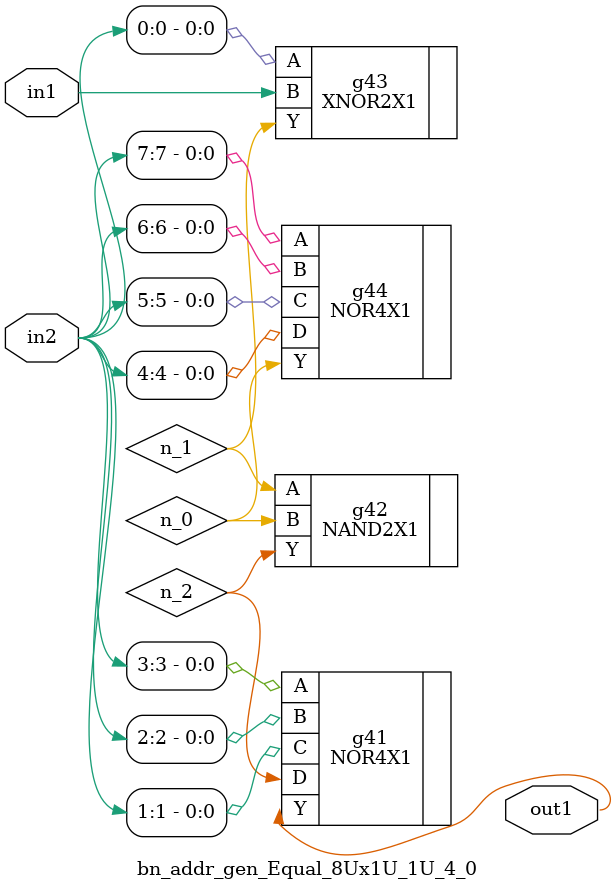
<source format=v>
`timescale 1ps / 1ps


module bn_addr_gen_Equal_8Ux1U_1U_4_0(in2, in1, out1);
  input [7:0] in2;
  input in1;
  output out1;
  wire [7:0] in2;
  wire in1;
  wire out1;
  wire n_0, n_1, n_2;
  NOR4X1 g41(.A (in2[3]), .B (in2[2]), .C (in2[1]), .D (n_2), .Y
       (out1));
  NAND2X1 g42(.A (n_1), .B (n_0), .Y (n_2));
  XNOR2X1 g43(.A (in2[0]), .B (in1), .Y (n_1));
  NOR4X1 g44(.A (in2[7]), .B (in2[6]), .C (in2[5]), .D (in2[4]), .Y
       (n_0));
endmodule



</source>
